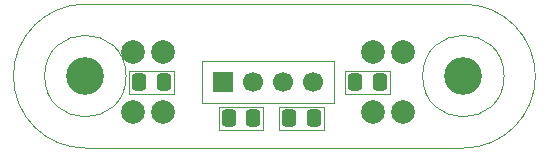
<source format=gbr>
%TF.GenerationSoftware,KiCad,Pcbnew,9.0.2*%
%TF.CreationDate,2025-05-26T20:44:28+03:00*%
%TF.ProjectId,line2,6c696e65-322e-46b6-9963-61645f706362,rev?*%
%TF.SameCoordinates,Original*%
%TF.FileFunction,Paste,Top*%
%TF.FilePolarity,Positive*%
%FSLAX46Y46*%
G04 Gerber Fmt 4.6, Leading zero omitted, Abs format (unit mm)*
G04 Created by KiCad (PCBNEW 9.0.2) date 2025-05-26 20:44:28*
%MOMM*%
%LPD*%
G01*
G04 APERTURE LIST*
G04 Aperture macros list*
%AMRoundRect*
0 Rectangle with rounded corners*
0 $1 Rounding radius*
0 $2 $3 $4 $5 $6 $7 $8 $9 X,Y pos of 4 corners*
0 Add a 4 corners polygon primitive as box body*
4,1,4,$2,$3,$4,$5,$6,$7,$8,$9,$2,$3,0*
0 Add four circle primitives for the rounded corners*
1,1,$1+$1,$2,$3*
1,1,$1+$1,$4,$5*
1,1,$1+$1,$6,$7*
1,1,$1+$1,$8,$9*
0 Add four rect primitives between the rounded corners*
20,1,$1+$1,$2,$3,$4,$5,0*
20,1,$1+$1,$4,$5,$6,$7,0*
20,1,$1+$1,$6,$7,$8,$9,0*
20,1,$1+$1,$8,$9,$2,$3,0*%
G04 Aperture macros list end*
%ADD10RoundRect,0.250000X0.337500X0.475000X-0.337500X0.475000X-0.337500X-0.475000X0.337500X-0.475000X0*%
%ADD11RoundRect,0.250000X-0.337500X-0.475000X0.337500X-0.475000X0.337500X0.475000X-0.337500X0.475000X0*%
%TA.AperFunction,ComponentPad*%
%ADD12C,2.000000*%
%TD*%
%TA.AperFunction,ComponentPad*%
%ADD13R,1.700000X1.700000*%
%TD*%
%TA.AperFunction,ComponentPad*%
%ADD14C,1.700000*%
%TD*%
%ADD15C,2.000000*%
%ADD16R,1.700000X1.700000*%
%ADD17C,1.700000*%
%ADD18C,3.200000*%
%ADD19C,0.050000*%
%TA.AperFunction,Profile*%
%ADD20C,0.050000*%
%TD*%
G04 APERTURE END LIST*
D10*
%TO.C,R4*%
X176805500Y-76708000D03*
X174730500Y-76708000D03*
%TD*%
D11*
%TO.C,R2*%
X169629000Y-76708000D03*
X171704000Y-76708000D03*
%TD*%
D10*
%TO.C,R3*%
X182393500Y-73660000D03*
X180318500Y-73660000D03*
%TD*%
D11*
%TO.C,R1*%
X162030500Y-73660000D03*
X164105500Y-73660000D03*
%TD*%
D12*
%TO.P,U2,1,A*%
%TO.N,+5V*%
X184404000Y-76200000D03*
%TO.P,U2,2,K*%
%TO.N,Net-(U2-K)*%
X181864000Y-76200000D03*
%TO.P,U2,3*%
%TO.N,Net-(J1-Pin_3)*%
X184404000Y-71140000D03*
%TO.P,U2,4*%
%TO.N,GND*%
X181864000Y-71120000D03*
%TD*%
%TO.P,U1,1,A*%
%TO.N,+5V*%
X164084000Y-76200000D03*
%TO.P,U1,2,K*%
%TO.N,Net-(U1-K)*%
X161544000Y-76200000D03*
%TO.P,U1,3*%
%TO.N,Net-(J1-Pin_2)*%
X164084000Y-71140000D03*
%TO.P,U1,4*%
%TO.N,GND*%
X161544000Y-71120000D03*
%TD*%
D13*
%TO.P,J1,1,Pin_1*%
%TO.N,GND*%
X169164000Y-73660000D03*
D14*
%TO.P,J1,2,Pin_2*%
%TO.N,Net-(J1-Pin_2)*%
X171704000Y-73660000D03*
%TO.P,J1,3,Pin_3*%
%TO.N,Net-(J1-Pin_3)*%
X174244000Y-73660000D03*
%TO.P,J1,4,Pin_4*%
%TO.N,+5V*%
X176784000Y-73660000D03*
%TD*%
D15*
%TO.C,U2*%
X184404000Y-76200000D03*
X181864000Y-76200000D03*
X184404000Y-71140000D03*
X181864000Y-71120000D03*
%TD*%
%TO.C,U1*%
X164084000Y-76200000D03*
X161544000Y-76200000D03*
X164084000Y-71140000D03*
X161544000Y-71120000D03*
%TD*%
D16*
%TO.C,J1*%
X169164000Y-73660000D03*
D17*
X171704000Y-73660000D03*
X174244000Y-73660000D03*
X176784000Y-73660000D03*
%TD*%
D18*
%TO.C,REF\u002A\u002A*%
X189484000Y-73152000D03*
%TD*%
%TO.C,REF\u002A\u002A*%
X157480000Y-73152000D03*
%TD*%
D19*
%TO.C,R4*%
X173888000Y-75728000D02*
X177648000Y-75728000D01*
X173888000Y-77688000D02*
X173888000Y-75728000D01*
X177648000Y-75728000D02*
X177648000Y-77688000D01*
X177648000Y-77688000D02*
X173888000Y-77688000D01*
%TO.C,R2*%
X168786500Y-75728000D02*
X172546500Y-75728000D01*
X168786500Y-77688000D02*
X168786500Y-75728000D01*
X172546500Y-75728000D02*
X172546500Y-77688000D01*
X172546500Y-77688000D02*
X168786500Y-77688000D01*
%TO.C,R3*%
X179476000Y-72680000D02*
X183236000Y-72680000D01*
X179476000Y-74640000D02*
X179476000Y-72680000D01*
X183236000Y-72680000D02*
X183236000Y-74640000D01*
X183236000Y-74640000D02*
X179476000Y-74640000D01*
%TO.C,J1*%
X167394000Y-71890000D02*
X167394000Y-75430000D01*
X167394000Y-75430000D02*
X178554000Y-75430000D01*
X178554000Y-71890000D02*
X167394000Y-71890000D01*
X178554000Y-75430000D02*
X178554000Y-71890000D01*
%TO.C,REF\u002A\u002A*%
X192934000Y-73152000D02*
G75*
G02*
X186034000Y-73152000I-3450000J0D01*
G01*
X186034000Y-73152000D02*
G75*
G02*
X192934000Y-73152000I3450000J0D01*
G01*
X160930000Y-73152000D02*
G75*
G02*
X154030000Y-73152000I-3450000J0D01*
G01*
X154030000Y-73152000D02*
G75*
G02*
X160930000Y-73152000I3450000J0D01*
G01*
%TO.C,R1*%
X161188000Y-72680000D02*
X164948000Y-72680000D01*
X161188000Y-74640000D02*
X161188000Y-72680000D01*
X164948000Y-72680000D02*
X164948000Y-74640000D01*
X164948000Y-74640000D02*
X161188000Y-74640000D01*
%TD*%
D20*
X189484000Y-67056000D02*
G75*
G02*
X189484000Y-79248000I0J-6096000D01*
G01*
X157480000Y-79248000D02*
G75*
G02*
X157480000Y-67056000I0J6096000D01*
G01*
X189484000Y-79248000D02*
X157480000Y-79248000D01*
X157480000Y-67056000D02*
X189484000Y-67056000D01*
M02*

</source>
